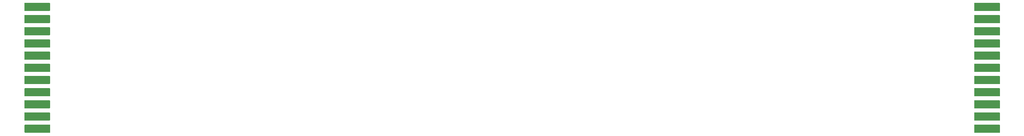
<source format=gts>
G04 Layer: TopSolderMaskLayer*
G04 EasyEDA Pro v2.2.40.8, 2025-09-13 20:07:49*
G04 Gerber Generator version 0.3*
G04 Scale: 100 percent, Rotated: No, Reflected: No*
G04 Dimensions in millimeters*
G04 Leading zeros omitted, absolute positions, 4 integers and 5 decimals*
G04 Generated by one-click*
%FSLAX45Y45*%
%MOMM*%
%ADD10C,0.254*%
%ADD11C,0.8041*%
G75*


G04 Pad Start*
G36*
G01X20329265Y3802738D02*
G01X20329942Y3802061D01*
G02X20331430Y3798468I-3592J-3592D01*
G01X20331430Y3643052D01*
G02X20326350Y3637972I-5080J0D01*
G01X19808666Y3637972D01*
G02X19805074Y3639460I0J5080D01*
G01X19802058Y3642476D01*
G02X19800570Y3646068I3592J3592D01*
G01X19800570Y3799146D01*
G02X19805650Y3804226I5080J0D01*
G01X20325673Y3804226D01*
G02X20329265Y3802738I0J-5080D01*
G37*
G36*
G01X20329265Y4056738D02*
G01X20329942Y4056061D01*
G02X20331430Y4052468I-3592J-3592D01*
G01X20331430Y3897052D01*
G02X20326350Y3891972I-5080J0D01*
G01X19808666Y3891972D01*
G02X19805074Y3893460I0J5080D01*
G01X19802058Y3896476D01*
G02X19800570Y3900068I3592J3592D01*
G01X19800570Y4053146D01*
G02X19805650Y4058226I5080J0D01*
G01X20325673Y4058226D01*
G02X20329265Y4056738I0J-5080D01*
G37*
G36*
G01X20329265Y3548738D02*
G01X20329942Y3548061D01*
G02X20331430Y3544468I-3592J-3592D01*
G01X20331430Y3389052D01*
G02X20326350Y3383972I-5080J0D01*
G01X19808666Y3383972D01*
G02X19805074Y3385460I0J5080D01*
G01X19802058Y3388476D01*
G02X19800570Y3392068I3592J3592D01*
G01X19800570Y3545146D01*
G02X19805650Y3550226I5080J0D01*
G01X20325673Y3550226D01*
G02X20329265Y3548738I0J-5080D01*
G37*
G36*
G01X20329265Y3294738D02*
G01X20329942Y3294061D01*
G02X20331430Y3290468I-3592J-3592D01*
G01X20331430Y3135052D01*
G02X20326350Y3129972I-5080J0D01*
G01X19808666Y3129972D01*
G02X19805074Y3131460I0J5080D01*
G01X19802058Y3134476D01*
G02X19800570Y3138068I3592J3592D01*
G01X19800570Y3291146D01*
G02X19805650Y3296226I5080J0D01*
G01X20325673Y3296226D01*
G02X20329265Y3294738I0J-5080D01*
G37*
G36*
G01X20329265Y3040738D02*
G01X20329942Y3040061D01*
G02X20331430Y3036468I-3592J-3592D01*
G01X20331430Y2881052D01*
G02X20326350Y2875972I-5080J0D01*
G01X19808666Y2875972D01*
G02X19805074Y2877460I0J5080D01*
G01X19802058Y2880476D01*
G02X19800570Y2884068I3592J3592D01*
G01X19800570Y3037146D01*
G02X19805650Y3042226I5080J0D01*
G01X20325673Y3042226D01*
G02X20329265Y3040738I0J-5080D01*
G37*
G36*
G01X20329265Y2786738D02*
G01X20329942Y2786061D01*
G02X20331430Y2782468I-3592J-3592D01*
G01X20331430Y2627052D01*
G02X20326350Y2621972I-5080J0D01*
G01X19808666Y2621972D01*
G02X19805074Y2623460I0J5080D01*
G01X19802058Y2626476D01*
G02X19800570Y2630068I3592J3592D01*
G01X19800570Y2783146D01*
G02X19805650Y2788226I5080J0D01*
G01X20325673Y2788226D01*
G02X20329265Y2786738I0J-5080D01*
G37*
G36*
G01X20329265Y2532738D02*
G01X20329942Y2532061D01*
G02X20331430Y2528468I-3592J-3592D01*
G01X20331430Y2373052D01*
G02X20326350Y2367972I-5080J0D01*
G01X19808666Y2367972D01*
G02X19805074Y2369460I0J5080D01*
G01X19802058Y2372476D01*
G02X19800570Y2376068I3592J3592D01*
G01X19800570Y2529146D01*
G02X19805650Y2534226I5080J0D01*
G01X20325673Y2534226D01*
G02X20329265Y2532738I0J-5080D01*
G37*
G36*
G01X20329265Y2278738D02*
G01X20329942Y2278061D01*
G02X20331430Y2274468I-3592J-3592D01*
G01X20331430Y2119052D01*
G02X20326350Y2113972I-5080J0D01*
G01X19808666Y2113972D01*
G02X19805074Y2115460I0J5080D01*
G01X19802058Y2118476D01*
G02X19800570Y2122068I3592J3592D01*
G01X19800570Y2275146D01*
G02X19805650Y2280226I5080J0D01*
G01X20325673Y2280226D01*
G02X20329265Y2278738I0J-5080D01*
G37*
G36*
G01X20329265Y2024738D02*
G01X20329942Y2024061D01*
G02X20331430Y2020468I-3592J-3592D01*
G01X20331430Y1865052D01*
G02X20326350Y1859972I-5080J0D01*
G01X19808666Y1859972D01*
G02X19805074Y1861460I0J5080D01*
G01X19802058Y1864476D01*
G02X19800570Y1868068I3592J3592D01*
G01X19800570Y2021146D01*
G02X19805650Y2026226I5080J0D01*
G01X20325673Y2026226D01*
G02X20329265Y2024738I0J-5080D01*
G37*
G36*
G01X20329265Y1770738D02*
G01X20329942Y1770061D01*
G02X20331430Y1766468I-3592J-3592D01*
G01X20331430Y1611052D01*
G02X20326350Y1605972I-5080J0D01*
G01X19808666Y1605972D01*
G02X19805074Y1607460I0J5080D01*
G01X19802058Y1610476D01*
G02X19800570Y1614068I3592J3592D01*
G01X19800570Y1767146D01*
G02X19805650Y1772226I5080J0D01*
G01X20325673Y1772226D01*
G02X20329265Y1770738I0J-5080D01*
G37*
G36*
G01X20329265Y1516738D02*
G01X20329942Y1516061D01*
G02X20331430Y1512468I-3592J-3592D01*
G01X20331430Y1357052D01*
G02X20326350Y1351972I-5080J0D01*
G01X19808666Y1351972D01*
G02X19805074Y1353460I0J5080D01*
G01X19802058Y1356476D01*
G02X19800570Y1360068I3592J3592D01*
G01X19800570Y1513146D01*
G02X19805650Y1518226I5080J0D01*
G01X20325673Y1518226D01*
G02X20329265Y1516738I0J-5080D01*
G37*
G36*
G01X592252Y4056739D02*
G01X592929Y4056062D01*
G02X594417Y4052469I-3592J-3592D01*
G01X594417Y3897053D01*
G02X589337Y3891973I-5080J0D01*
G01X71653Y3891973D01*
G02X68061Y3893461I0J5080D01*
G01X65045Y3896477D01*
G02X63557Y3900069I3592J3592D01*
G01X63557Y4053147D01*
G02X68637Y4058227I5080J0D01*
G01X588659Y4058227D01*
G02X592252Y4056739I0J-5080D01*
G37*
G36*
G01X592252Y3802739D02*
G01X592929Y3802062D01*
G02X594417Y3798469I-3592J-3592D01*
G01X594417Y3643053D01*
G02X589337Y3637973I-5080J0D01*
G01X71653Y3637973D01*
G02X68061Y3639461I0J5080D01*
G01X65045Y3642477D01*
G02X63557Y3646069I3592J3592D01*
G01X63557Y3799147D01*
G02X68637Y3804227I5080J0D01*
G01X588659Y3804227D01*
G02X592252Y3802739I0J-5080D01*
G37*
G36*
G01X592252Y3548739D02*
G01X592929Y3548062D01*
G02X594417Y3544469I-3592J-3592D01*
G01X594417Y3389053D01*
G02X589337Y3383973I-5080J0D01*
G01X71653Y3383973D01*
G02X68061Y3385461I0J5080D01*
G01X65045Y3388477D01*
G02X63557Y3392069I3592J3592D01*
G01X63557Y3545147D01*
G02X68637Y3550227I5080J0D01*
G01X588659Y3550227D01*
G02X592252Y3548739I0J-5080D01*
G37*
G36*
G01X593465Y3294738D02*
G01X594142Y3294061D01*
G02X595630Y3290468I-3592J-3592D01*
G01X595630Y3135052D01*
G02X590550Y3129972I-5080J0D01*
G01X72866Y3129972D01*
G02X69274Y3131460I0J5080D01*
G01X66258Y3134476D01*
G02X64770Y3138068I3592J3592D01*
G01X64770Y3291146D01*
G02X69850Y3296226I5080J0D01*
G01X589873Y3296226D01*
G02X593465Y3294738I0J-5080D01*
G37*
G36*
G01X593465Y3040738D02*
G01X594142Y3040061D01*
G02X595630Y3036468I-3592J-3592D01*
G01X595630Y2881052D01*
G02X590550Y2875972I-5080J0D01*
G01X72866Y2875972D01*
G02X69274Y2877460I0J5080D01*
G01X66258Y2880476D01*
G02X64770Y2884068I3592J3592D01*
G01X64770Y3037146D01*
G02X69850Y3042226I5080J0D01*
G01X589873Y3042226D01*
G02X593465Y3040738I0J-5080D01*
G37*
G36*
G01X593465Y2786738D02*
G01X594142Y2786061D01*
G02X595630Y2782468I-3592J-3592D01*
G01X595630Y2627052D01*
G02X590550Y2621972I-5080J0D01*
G01X72866Y2621972D01*
G02X69274Y2623460I0J5080D01*
G01X66258Y2626476D01*
G02X64770Y2630068I3592J3592D01*
G01X64770Y2783146D01*
G02X69850Y2788226I5080J0D01*
G01X589873Y2788226D01*
G02X593465Y2786738I0J-5080D01*
G37*
G36*
G01X592252Y2532739D02*
G01X592929Y2532062D01*
G02X594417Y2528469I-3592J-3592D01*
G01X594417Y2373053D01*
G02X589337Y2367973I-5080J0D01*
G01X71653Y2367973D01*
G02X68061Y2369461I0J5080D01*
G01X65045Y2372477D01*
G02X63557Y2376069I3592J3592D01*
G01X63557Y2529147D01*
G02X68637Y2534227I5080J0D01*
G01X588659Y2534227D01*
G02X592252Y2532739I0J-5080D01*
G37*
G36*
G01X594481Y2278739D02*
G01X595159Y2278062D01*
G02X596647Y2274469I-3592J-3592D01*
G01X596647Y2119053D01*
G02X591567Y2113973I-5080J0D01*
G01X73883Y2113973D01*
G02X70290Y2115461I0J5080D01*
G01X67274Y2118477D01*
G02X65787Y2122069I3592J3592D01*
G01X65787Y2275147D01*
G02X70867Y2280227I5080J0D01*
G01X590889Y2280227D01*
G02X594481Y2278739I0J-5080D01*
G37*
G36*
G01X592252Y2024739D02*
G01X592929Y2024062D01*
G02X594417Y2020469I-3592J-3592D01*
G01X594417Y1865053D01*
G02X589337Y1859973I-5080J0D01*
G01X71653Y1859973D01*
G02X68061Y1861461I0J5080D01*
G01X65045Y1864477D01*
G02X63557Y1868069I3592J3592D01*
G01X63557Y2021147D01*
G02X68637Y2026227I5080J0D01*
G01X588659Y2026227D01*
G02X592252Y2024739I0J-5080D01*
G37*
G36*
G01X592252Y1770739D02*
G01X592929Y1770062D01*
G02X594417Y1766469I-3592J-3592D01*
G01X594417Y1611053D01*
G02X589337Y1605973I-5080J0D01*
G01X71653Y1605973D01*
G02X68061Y1607461I0J5080D01*
G01X65045Y1610477D01*
G02X63557Y1614069I3592J3592D01*
G01X63557Y1767147D01*
G02X68637Y1772227I5080J0D01*
G01X588659Y1772227D01*
G02X592252Y1770739I0J-5080D01*
G37*
G36*
G01X596711Y1516739D02*
G01X597388Y1516062D01*
G02X598876Y1512469I-3592J-3592D01*
G01X598876Y1357053D01*
G02X593796Y1351973I-5080J0D01*
G01X76112Y1351973D01*
G02X72520Y1353461I0J5080D01*
G01X69504Y1356477D01*
G02X68016Y1360069I3592J3592D01*
G01X68016Y1513147D01*
G02X73096Y1518227I5080J0D01*
G01X593119Y1518227D01*
G02X596711Y1516739I0J-5080D01*
G37*
G04 Pad End*
G54D10*

M02*


</source>
